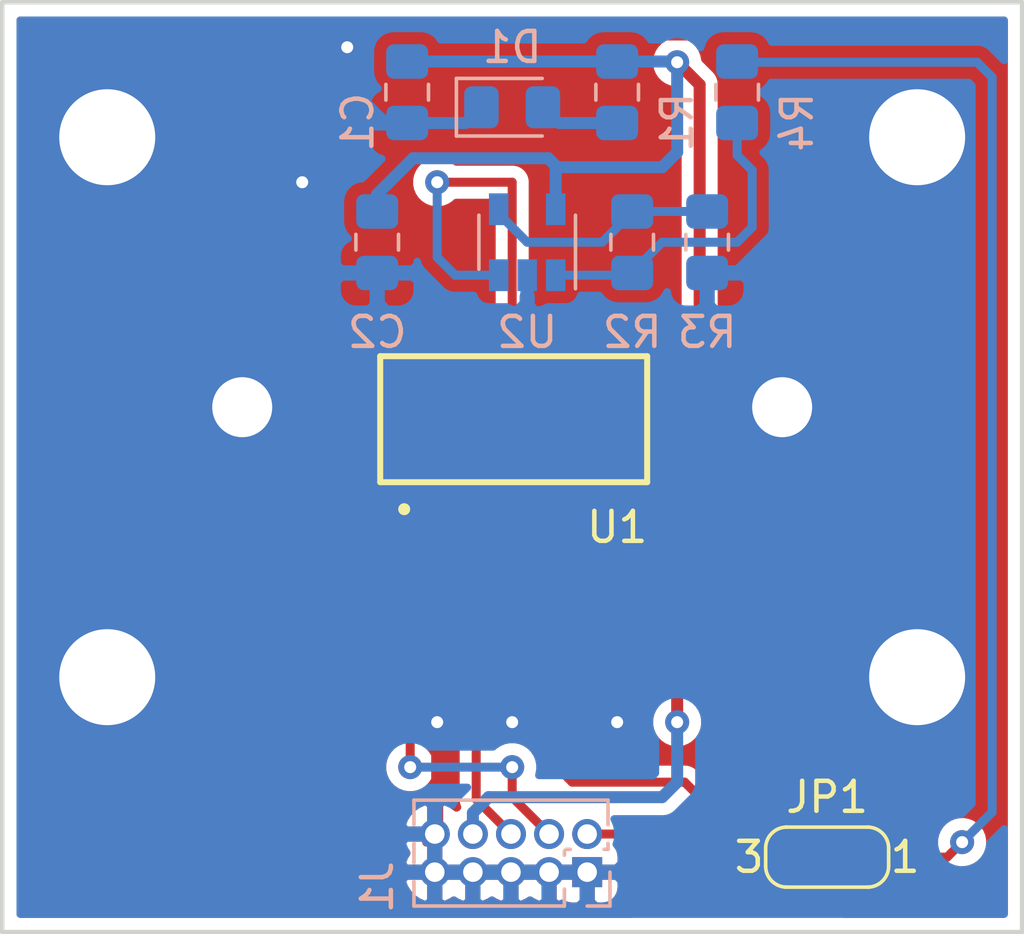
<source format=kicad_pcb>
(kicad_pcb (version 20171130) (host pcbnew 5.1.5-52549c5~84~ubuntu18.04.1)

  (general
    (thickness 1.6)
    (drawings 6)
    (tracks 148)
    (zones 0)
    (modules 11)
    (nets 11)
  )

  (page A4)
  (layers
    (0 F.Cu signal)
    (31 B.Cu signal)
    (32 B.Adhes user)
    (33 F.Adhes user)
    (34 B.Paste user)
    (35 F.Paste user)
    (36 B.SilkS user)
    (37 F.SilkS user)
    (38 B.Mask user)
    (39 F.Mask user)
    (40 Dwgs.User user)
    (41 Cmts.User user)
    (42 Eco1.User user)
    (43 Eco2.User user)
    (44 Edge.Cuts user)
    (45 Margin user)
    (46 B.CrtYd user)
    (47 F.CrtYd user)
    (48 B.Fab user hide)
    (49 F.Fab user hide)
  )

  (setup
    (last_trace_width 0.3)
    (user_trace_width 0.25)
    (user_trace_width 0.3)
    (user_trace_width 0.35)
    (user_trace_width 0.4)
    (user_trace_width 0.5)
    (trace_clearance 0.2)
    (zone_clearance 0.4)
    (zone_45_only no)
    (trace_min 0.2)
    (via_size 0.8)
    (via_drill 0.4)
    (via_min_size 0.4)
    (via_min_drill 0.3)
    (user_via 0.8 0.4)
    (user_via 1.3 0.7)
    (user_via 1.5 0.7)
    (uvia_size 0.3)
    (uvia_drill 0.1)
    (uvias_allowed no)
    (uvia_min_size 0.2)
    (uvia_min_drill 0.1)
    (edge_width 0.05)
    (segment_width 0.2)
    (pcb_text_width 0.3)
    (pcb_text_size 1.5 1.5)
    (mod_edge_width 0.12)
    (mod_text_size 1 1)
    (mod_text_width 0.15)
    (pad_size 1.524 1.524)
    (pad_drill 0.762)
    (pad_to_mask_clearance 0.051)
    (solder_mask_min_width 0.25)
    (aux_axis_origin 114 126)
    (grid_origin 114 126)
    (visible_elements FFFFFF7F)
    (pcbplotparams
      (layerselection 0x01000_ffffffff)
      (usegerberextensions false)
      (usegerberattributes false)
      (usegerberadvancedattributes false)
      (creategerberjobfile false)
      (excludeedgelayer false)
      (linewidth 0.100000)
      (plotframeref true)
      (viasonmask false)
      (mode 1)
      (useauxorigin false)
      (hpglpennumber 1)
      (hpglpenspeed 20)
      (hpglpendiameter 15.000000)
      (psnegative false)
      (psa4output false)
      (plotreference true)
      (plotvalue true)
      (plotinvisibletext false)
      (padsonsilk false)
      (subtractmaskfromsilk false)
      (outputformat 4)
      (mirror false)
      (drillshape 2)
      (scaleselection 1)
      (outputdirectory "./"))
  )

  (net 0 "")
  (net 1 +3V3)
  (net 2 GND)
  (net 3 /CCD_AO)
  (net 4 /CCD_SI)
  (net 5 /CCD_CLK)
  (net 6 "Net-(D1-Pad2)")
  (net 7 "Net-(R2-Pad1)")
  (net 8 "Net-(JP1-Pad1)")
  (net 9 "Net-(JP1-Pad3)")
  (net 10 "Net-(R2-Pad2)")

  (net_class Default "This is the default net class."
    (clearance 0.2)
    (trace_width 0.25)
    (via_dia 0.8)
    (via_drill 0.4)
    (uvia_dia 0.3)
    (uvia_drill 0.1)
    (add_net +3V3)
    (add_net /CCD_AO)
    (add_net /CCD_CLK)
    (add_net /CCD_SI)
    (add_net GND)
    (add_net "Net-(D1-Pad2)")
    (add_net "Net-(JP1-Pad1)")
    (add_net "Net-(JP1-Pad3)")
    (add_net "Net-(R2-Pad1)")
    (add_net "Net-(R2-Pad2)")
  )

  (module Capacitor_SMD:C_0805_2012Metric_Pad1.15x1.40mm_HandSolder (layer B.Cu) (tedit 5B36C52B) (tstamp 5E2710F3)
    (at 127.5 98 270)
    (descr "Capacitor SMD 0805 (2012 Metric), square (rectangular) end terminal, IPC_7351 nominal with elongated pad for handsoldering. (Body size source: https://docs.google.com/spreadsheets/d/1BsfQQcO9C6DZCsRaXUlFlo91Tg2WpOkGARC1WS5S8t0/edit?usp=sharing), generated with kicad-footprint-generator")
    (tags "capacitor handsolder")
    (path /5E22AB5E)
    (attr smd)
    (fp_text reference C1 (at 1 1.65 90) (layer B.SilkS)
      (effects (font (size 1 1) (thickness 0.15)) (justify mirror))
    )
    (fp_text value 1µF (at 0 -1.65 90) (layer B.Fab)
      (effects (font (size 1 1) (thickness 0.15)) (justify mirror))
    )
    (fp_line (start -1 -0.6) (end -1 0.6) (layer B.Fab) (width 0.1))
    (fp_line (start -1 0.6) (end 1 0.6) (layer B.Fab) (width 0.1))
    (fp_line (start 1 0.6) (end 1 -0.6) (layer B.Fab) (width 0.1))
    (fp_line (start 1 -0.6) (end -1 -0.6) (layer B.Fab) (width 0.1))
    (fp_line (start -0.261252 0.71) (end 0.261252 0.71) (layer B.SilkS) (width 0.12))
    (fp_line (start -0.261252 -0.71) (end 0.261252 -0.71) (layer B.SilkS) (width 0.12))
    (fp_line (start -1.85 -0.95) (end -1.85 0.95) (layer B.CrtYd) (width 0.05))
    (fp_line (start -1.85 0.95) (end 1.85 0.95) (layer B.CrtYd) (width 0.05))
    (fp_line (start 1.85 0.95) (end 1.85 -0.95) (layer B.CrtYd) (width 0.05))
    (fp_line (start 1.85 -0.95) (end -1.85 -0.95) (layer B.CrtYd) (width 0.05))
    (fp_text user %R (at 0 0 90) (layer B.Fab)
      (effects (font (size 0.5 0.5) (thickness 0.08)) (justify mirror))
    )
    (pad 1 smd roundrect (at -1.025 0 270) (size 1.15 1.4) (layers B.Cu B.Paste B.Mask) (roundrect_rratio 0.217391)
      (net 1 +3V3))
    (pad 2 smd roundrect (at 1.025 0 270) (size 1.15 1.4) (layers B.Cu B.Paste B.Mask) (roundrect_rratio 0.217391)
      (net 2 GND))
    (model ${KISYS3DMOD}/Capacitor_SMD.3dshapes/C_0805_2012Metric.wrl
      (at (xyz 0 0 0))
      (scale (xyz 1 1 1))
      (rotate (xyz 0 0 0))
    )
  )

  (module Connector_PinHeader_1.27mm:PinHeader_2x05_P1.27mm_Vertical (layer B.Cu) (tedit 59FED6E3) (tstamp 5E2219D8)
    (at 133.5 124 90)
    (descr "Through hole straight pin header, 2x05, 1.27mm pitch, double rows")
    (tags "Through hole pin header THT 2x05 1.27mm double row")
    (path /5E2765CD)
    (fp_text reference J1 (at -0.5 -7 270) (layer B.SilkS)
      (effects (font (size 1 1) (thickness 0.15)) (justify mirror))
    )
    (fp_text value "Samtec FTS-105-01-L-DV" (at 0.635 -6.775 270) (layer B.Fab) hide
      (effects (font (size 1 1) (thickness 0.15)) (justify mirror))
    )
    (fp_line (start -0.2175 0.635) (end 2.34 0.635) (layer B.Fab) (width 0.1))
    (fp_line (start 2.34 0.635) (end 2.34 -5.715) (layer B.Fab) (width 0.1))
    (fp_line (start 2.34 -5.715) (end -1.07 -5.715) (layer B.Fab) (width 0.1))
    (fp_line (start -1.07 -5.715) (end -1.07 -0.2175) (layer B.Fab) (width 0.1))
    (fp_line (start -1.07 -0.2175) (end -0.2175 0.635) (layer B.Fab) (width 0.1))
    (fp_line (start -1.13 -5.775) (end -0.30753 -5.775) (layer B.SilkS) (width 0.12))
    (fp_line (start 1.57753 -5.775) (end 2.4 -5.775) (layer B.SilkS) (width 0.12))
    (fp_line (start 0.30753 -5.775) (end 0.96247 -5.775) (layer B.SilkS) (width 0.12))
    (fp_line (start -1.13 -0.76) (end -1.13 -5.775) (layer B.SilkS) (width 0.12))
    (fp_line (start 2.4 0.695) (end 2.4 -5.775) (layer B.SilkS) (width 0.12))
    (fp_line (start -1.13 -0.76) (end -0.563471 -0.76) (layer B.SilkS) (width 0.12))
    (fp_line (start 0.563471 -0.76) (end 0.706529 -0.76) (layer B.SilkS) (width 0.12))
    (fp_line (start 0.76 -0.706529) (end 0.76 -0.563471) (layer B.SilkS) (width 0.12))
    (fp_line (start 0.76 0.563471) (end 0.76 0.695) (layer B.SilkS) (width 0.12))
    (fp_line (start 0.76 0.695) (end 0.96247 0.695) (layer B.SilkS) (width 0.12))
    (fp_line (start 1.57753 0.695) (end 2.4 0.695) (layer B.SilkS) (width 0.12))
    (fp_line (start -1.13 0) (end -1.13 0.76) (layer B.SilkS) (width 0.12))
    (fp_line (start -1.13 0.76) (end 0 0.76) (layer B.SilkS) (width 0.12))
    (fp_line (start -1.6 1.15) (end -1.6 -6.25) (layer B.CrtYd) (width 0.05))
    (fp_line (start -1.6 -6.25) (end 2.85 -6.25) (layer B.CrtYd) (width 0.05))
    (fp_line (start 2.85 -6.25) (end 2.85 1.15) (layer B.CrtYd) (width 0.05))
    (fp_line (start 2.85 1.15) (end -1.6 1.15) (layer B.CrtYd) (width 0.05))
    (fp_text user %R (at 0.635 -2.54) (layer B.Fab) hide
      (effects (font (size 1 1) (thickness 0.15)) (justify mirror))
    )
    (pad 1 thru_hole rect (at 0 0 90) (size 1 1) (drill 0.65) (layers *.Cu *.Mask)
      (net 2 GND))
    (pad 2 thru_hole oval (at 1.27 0 90) (size 1 1) (drill 0.65) (layers *.Cu *.Mask)
      (net 3 /CCD_AO))
    (pad 3 thru_hole oval (at 0 -1.27 90) (size 1 1) (drill 0.65) (layers *.Cu *.Mask)
      (net 2 GND))
    (pad 4 thru_hole oval (at 1.27 -1.27 90) (size 1 1) (drill 0.65) (layers *.Cu *.Mask)
      (net 4 /CCD_SI))
    (pad 5 thru_hole oval (at 0 -2.54 90) (size 1 1) (drill 0.65) (layers *.Cu *.Mask)
      (net 2 GND))
    (pad 6 thru_hole oval (at 1.27 -2.54 90) (size 1 1) (drill 0.65) (layers *.Cu *.Mask)
      (net 5 /CCD_CLK))
    (pad 7 thru_hole oval (at 0 -3.81 90) (size 1 1) (drill 0.65) (layers *.Cu *.Mask)
      (net 2 GND))
    (pad 8 thru_hole oval (at 1.27 -3.81 90) (size 1 1) (drill 0.65) (layers *.Cu *.Mask)
      (net 1 +3V3))
    (pad 9 thru_hole oval (at 0 -5.08 90) (size 1 1) (drill 0.65) (layers *.Cu *.Mask)
      (net 2 GND))
    (pad 10 thru_hole oval (at 1.27 -5.08 90) (size 1 1) (drill 0.65) (layers *.Cu *.Mask)
      (net 2 GND))
    (model ${KISYS3DMOD}/Connector_PinHeader_1.27mm.3dshapes/PinHeader_2x05_P1.27mm_Vertical.wrl
      (at (xyz 0 0 0))
      (scale (xyz 1 1 1))
      (rotate (xyz 0 0 0))
    )
  )

  (module Insa:TSL1401CL locked (layer F.Cu) (tedit 5E21C6E0) (tstamp 5E2219EE)
    (at 131 108.9 90)
    (path /5E21CD25)
    (fp_text reference U1 (at -3.6 3.5) (layer F.SilkS)
      (effects (font (size 1 1) (thickness 0.15)))
    )
    (fp_text value TSL1401CL (at -3.5 0.75) (layer F.Fab) hide
      (effects (font (size 1 1) (thickness 0.15)))
    )
    (fp_line (start -2.1 -4.4) (end 2.1 -4.4) (layer F.SilkS) (width 0.2))
    (fp_line (start 2.1 -4.4) (end 2.1 4.5) (layer F.SilkS) (width 0.2))
    (fp_line (start 2.1 4.5) (end -2.1 4.5) (layer F.SilkS) (width 0.2))
    (fp_line (start -2.1 4.5) (end -2.1 -4.4) (layer F.SilkS) (width 0.2))
    (fp_line (start -1.8 -4.1) (end 1.8 -4.1) (layer F.CrtYd) (width 0.12))
    (fp_line (start 1.8 -4.1) (end 1.8 4.2) (layer F.CrtYd) (width 0.12))
    (fp_line (start 1.8 4.2) (end -1.8 4.2) (layer F.CrtYd) (width 0.12))
    (fp_line (start -1.8 4.2) (end -1.8 -4.1) (layer F.CrtYd) (width 0.12))
    (fp_circle (center -3 -3.6) (end -3 -3.7) (layer F.SilkS) (width 0.2))
    (fp_line (start 0.35 -3.7) (end 0.35 3.8) (layer Eco2.User) (width 0.12))
    (pad 7 smd rect (at 1.1 -1.2 90) (size 1.4 0.8) (layers F.Cu F.Paste F.Mask)
      (net 2 GND))
    (pad 6 smd rect (at 1.1 1.3 90) (size 1.4 0.8) (layers F.Cu F.Paste F.Mask)
      (net 2 GND))
    (pad 5 smd rect (at 1.1 3.8 90) (size 1.4 0.8) (layers F.Cu F.Paste F.Mask))
    (pad 4 smd rect (at -1.1 3.8 90) (size 1.4 0.8) (layers F.Cu F.Paste F.Mask)
      (net 1 +3V3))
    (pad 3 smd rect (at -1.1 1.3 90) (size 1.4 0.8) (layers F.Cu F.Paste F.Mask)
      (net 9 "Net-(JP1-Pad3)"))
    (pad 2 smd rect (at -1.1 -1.2 90) (size 1.4 0.8) (layers F.Cu F.Paste F.Mask)
      (net 5 /CCD_CLK))
    (pad 1 smd rect (at -1.1 -3.4 90) (size 1.4 1.4) (layers F.Cu F.Paste F.Mask)
      (net 4 /CCD_SI))
    (pad 8 smd rect (at 1.1 -3.7 90) (size 1.4 0.8) (layers F.Cu F.Paste F.Mask))
  )

  (module LED_SMD:LED_0805_2012Metric_Pad1.15x1.40mm_HandSolder (layer B.Cu) (tedit 5B4B45C9) (tstamp 5E271103)
    (at 131 98.5)
    (descr "LED SMD 0805 (2012 Metric), square (rectangular) end terminal, IPC_7351 nominal, (Body size source: https://docs.google.com/spreadsheets/d/1BsfQQcO9C6DZCsRaXUlFlo91Tg2WpOkGARC1WS5S8t0/edit?usp=sharing), generated with kicad-footprint-generator")
    (tags "LED handsolder")
    (path /5E22BC99)
    (attr smd)
    (fp_text reference D1 (at 0 -2) (layer B.SilkS)
      (effects (font (size 1 1) (thickness 0.15)) (justify mirror))
    )
    (fp_text value LED (at 0 -1.65) (layer B.Fab)
      (effects (font (size 1 1) (thickness 0.15)) (justify mirror))
    )
    (fp_line (start 1 0.6) (end -0.7 0.6) (layer B.Fab) (width 0.1))
    (fp_line (start -0.7 0.6) (end -1 0.3) (layer B.Fab) (width 0.1))
    (fp_line (start -1 0.3) (end -1 -0.6) (layer B.Fab) (width 0.1))
    (fp_line (start -1 -0.6) (end 1 -0.6) (layer B.Fab) (width 0.1))
    (fp_line (start 1 -0.6) (end 1 0.6) (layer B.Fab) (width 0.1))
    (fp_line (start 1 0.96) (end -1.86 0.96) (layer B.SilkS) (width 0.12))
    (fp_line (start -1.86 0.96) (end -1.86 -0.96) (layer B.SilkS) (width 0.12))
    (fp_line (start -1.86 -0.96) (end 1 -0.96) (layer B.SilkS) (width 0.12))
    (fp_line (start -1.85 -0.95) (end -1.85 0.95) (layer B.CrtYd) (width 0.05))
    (fp_line (start -1.85 0.95) (end 1.85 0.95) (layer B.CrtYd) (width 0.05))
    (fp_line (start 1.85 0.95) (end 1.85 -0.95) (layer B.CrtYd) (width 0.05))
    (fp_line (start 1.85 -0.95) (end -1.85 -0.95) (layer B.CrtYd) (width 0.05))
    (fp_text user %R (at 0 0) (layer B.Fab)
      (effects (font (size 0.5 0.5) (thickness 0.08)) (justify mirror))
    )
    (pad 1 smd roundrect (at -1.025 0) (size 1.15 1.4) (layers B.Cu B.Paste B.Mask) (roundrect_rratio 0.217391)
      (net 2 GND))
    (pad 2 smd roundrect (at 1.025 0) (size 1.15 1.4) (layers B.Cu B.Paste B.Mask) (roundrect_rratio 0.217391)
      (net 6 "Net-(D1-Pad2)"))
    (model ${KISYS3DMOD}/LED_SMD.3dshapes/LED_0805_2012Metric.wrl
      (at (xyz 0 0 0))
      (scale (xyz 1 1 1))
      (rotate (xyz 0 0 0))
    )
  )

  (module Capacitor_SMD:C_0805_2012Metric_Pad1.15x1.40mm_HandSolder (layer B.Cu) (tedit 5B36C52B) (tstamp 5E2EEC38)
    (at 126.5 103 270)
    (descr "Capacitor SMD 0805 (2012 Metric), square (rectangular) end terminal, IPC_7351 nominal with elongated pad for handsoldering. (Body size source: https://docs.google.com/spreadsheets/d/1BsfQQcO9C6DZCsRaXUlFlo91Tg2WpOkGARC1WS5S8t0/edit?usp=sharing), generated with kicad-footprint-generator")
    (tags "capacitor handsolder")
    (path /5E398341)
    (attr smd)
    (fp_text reference C2 (at 3 0 180) (layer B.SilkS)
      (effects (font (size 1 1) (thickness 0.15)) (justify mirror))
    )
    (fp_text value 1µF (at 0 -1.65 90) (layer B.Fab)
      (effects (font (size 1 1) (thickness 0.15)) (justify mirror))
    )
    (fp_line (start -1 -0.6) (end -1 0.6) (layer B.Fab) (width 0.1))
    (fp_line (start -1 0.6) (end 1 0.6) (layer B.Fab) (width 0.1))
    (fp_line (start 1 0.6) (end 1 -0.6) (layer B.Fab) (width 0.1))
    (fp_line (start 1 -0.6) (end -1 -0.6) (layer B.Fab) (width 0.1))
    (fp_line (start -0.261252 0.71) (end 0.261252 0.71) (layer B.SilkS) (width 0.12))
    (fp_line (start -0.261252 -0.71) (end 0.261252 -0.71) (layer B.SilkS) (width 0.12))
    (fp_line (start -1.85 -0.95) (end -1.85 0.95) (layer B.CrtYd) (width 0.05))
    (fp_line (start -1.85 0.95) (end 1.85 0.95) (layer B.CrtYd) (width 0.05))
    (fp_line (start 1.85 0.95) (end 1.85 -0.95) (layer B.CrtYd) (width 0.05))
    (fp_line (start 1.85 -0.95) (end -1.85 -0.95) (layer B.CrtYd) (width 0.05))
    (fp_text user %R (at 0 0 90) (layer B.Fab)
      (effects (font (size 0.5 0.5) (thickness 0.08)) (justify mirror))
    )
    (pad 1 smd roundrect (at -1.025 0 270) (size 1.15 1.4) (layers B.Cu B.Paste B.Mask) (roundrect_rratio 0.217391)
      (net 1 +3V3))
    (pad 2 smd roundrect (at 1.025 0 270) (size 1.15 1.4) (layers B.Cu B.Paste B.Mask) (roundrect_rratio 0.217391)
      (net 2 GND))
    (model ${KISYS3DMOD}/Capacitor_SMD.3dshapes/C_0805_2012Metric.wrl
      (at (xyz 0 0 0))
      (scale (xyz 1 1 1))
      (rotate (xyz 0 0 0))
    )
  )

  (module Jumper:SolderJumper-3_P1.3mm_Open_RoundedPad1.0x1.5mm_NumberLabels (layer F.Cu) (tedit 5B391ED1) (tstamp 5E2EEC4D)
    (at 141.5 123.5 180)
    (descr "SMD Solder 3-pad Jumper, 1x1.5mm rounded Pads, 0.3mm gap, open, labeled with numbers")
    (tags "solder jumper open")
    (path /5E3724CE)
    (attr virtual)
    (fp_text reference JP1 (at 0 2) (layer F.SilkS)
      (effects (font (size 1 1) (thickness 0.15)))
    )
    (fp_text value SolderJumper_3_Open (at 0 1.9) (layer F.Fab)
      (effects (font (size 1 1) (thickness 0.15)))
    )
    (fp_text user 3 (at 2.6 0) (layer F.SilkS)
      (effects (font (size 1 1) (thickness 0.15)))
    )
    (fp_text user 1 (at -2.6 0) (layer F.SilkS)
      (effects (font (size 1 1) (thickness 0.15)))
    )
    (fp_line (start -2.05 0.3) (end -2.05 -0.3) (layer F.SilkS) (width 0.12))
    (fp_line (start 1.4 1) (end -1.4 1) (layer F.SilkS) (width 0.12))
    (fp_line (start 2.05 -0.3) (end 2.05 0.3) (layer F.SilkS) (width 0.12))
    (fp_line (start -1.4 -1) (end 1.4 -1) (layer F.SilkS) (width 0.12))
    (fp_line (start -2.3 -1.25) (end 2.3 -1.25) (layer F.CrtYd) (width 0.05))
    (fp_line (start -2.3 -1.25) (end -2.3 1.25) (layer F.CrtYd) (width 0.05))
    (fp_line (start 2.3 1.25) (end 2.3 -1.25) (layer F.CrtYd) (width 0.05))
    (fp_line (start 2.3 1.25) (end -2.3 1.25) (layer F.CrtYd) (width 0.05))
    (fp_arc (start 1.35 -0.3) (end 2.05 -0.3) (angle -90) (layer F.SilkS) (width 0.12))
    (fp_arc (start 1.35 0.3) (end 1.35 1) (angle -90) (layer F.SilkS) (width 0.12))
    (fp_arc (start -1.35 0.3) (end -2.05 0.3) (angle -90) (layer F.SilkS) (width 0.12))
    (fp_arc (start -1.35 -0.3) (end -1.35 -1) (angle -90) (layer F.SilkS) (width 0.12))
    (pad 1 smd custom (at -1.3 0 180) (size 1 0.5) (layers F.Cu F.Mask)
      (net 8 "Net-(JP1-Pad1)") (zone_connect 2)
      (options (clearance outline) (anchor rect))
      (primitives
        (gr_circle (center 0 0.25) (end 0.5 0.25) (width 0))
        (gr_circle (center 0 -0.25) (end 0.5 -0.25) (width 0))
        (gr_poly (pts
           (xy 0.55 -0.75) (xy 0 -0.75) (xy 0 0.75) (xy 0.55 0.75)) (width 0))
      ))
    (pad 3 smd custom (at 1.3 0 180) (size 1 0.5) (layers F.Cu F.Mask)
      (net 9 "Net-(JP1-Pad3)") (zone_connect 2)
      (options (clearance outline) (anchor rect))
      (primitives
        (gr_circle (center 0 0.25) (end 0.5 0.25) (width 0))
        (gr_circle (center 0 -0.25) (end 0.5 -0.25) (width 0))
        (gr_poly (pts
           (xy -0.55 -0.75) (xy 0 -0.75) (xy 0 0.75) (xy -0.55 0.75)) (width 0))
      ))
    (pad 2 smd rect (at 0 0 180) (size 1 1.5) (layers F.Cu F.Mask)
      (net 3 /CCD_AO))
  )

  (module Package_TO_SOT_SMD:SOT-23-5 (layer B.Cu) (tedit 5A02FF57) (tstamp 5E2EEC8E)
    (at 131.5 103 90)
    (descr "5-pin SOT23 package")
    (tags SOT-23-5)
    (path /5E36B53E)
    (attr smd)
    (fp_text reference U2 (at -3 0 180) (layer B.SilkS)
      (effects (font (size 1 1) (thickness 0.15)) (justify mirror))
    )
    (fp_text value TSV911AILT (at 0 -2.9 90) (layer B.Fab)
      (effects (font (size 1 1) (thickness 0.15)) (justify mirror))
    )
    (fp_text user %R (at 0 0 180) (layer B.Fab)
      (effects (font (size 0.5 0.5) (thickness 0.075)) (justify mirror))
    )
    (fp_line (start -0.9 -1.61) (end 0.9 -1.61) (layer B.SilkS) (width 0.12))
    (fp_line (start 0.9 1.61) (end -1.55 1.61) (layer B.SilkS) (width 0.12))
    (fp_line (start -1.9 1.8) (end 1.9 1.8) (layer B.CrtYd) (width 0.05))
    (fp_line (start 1.9 1.8) (end 1.9 -1.8) (layer B.CrtYd) (width 0.05))
    (fp_line (start 1.9 -1.8) (end -1.9 -1.8) (layer B.CrtYd) (width 0.05))
    (fp_line (start -1.9 -1.8) (end -1.9 1.8) (layer B.CrtYd) (width 0.05))
    (fp_line (start -0.9 0.9) (end -0.25 1.55) (layer B.Fab) (width 0.1))
    (fp_line (start 0.9 1.55) (end -0.25 1.55) (layer B.Fab) (width 0.1))
    (fp_line (start -0.9 0.9) (end -0.9 -1.55) (layer B.Fab) (width 0.1))
    (fp_line (start 0.9 -1.55) (end -0.9 -1.55) (layer B.Fab) (width 0.1))
    (fp_line (start 0.9 1.55) (end 0.9 -1.55) (layer B.Fab) (width 0.1))
    (pad 1 smd rect (at -1.1 0.95 90) (size 1.06 0.65) (layers B.Cu B.Paste B.Mask)
      (net 10 "Net-(R2-Pad2)"))
    (pad 2 smd rect (at -1.1 0 90) (size 1.06 0.65) (layers B.Cu B.Paste B.Mask)
      (net 2 GND))
    (pad 3 smd rect (at -1.1 -0.95 90) (size 1.06 0.65) (layers B.Cu B.Paste B.Mask)
      (net 9 "Net-(JP1-Pad3)"))
    (pad 4 smd rect (at 1.1 -0.95 90) (size 1.06 0.65) (layers B.Cu B.Paste B.Mask)
      (net 7 "Net-(R2-Pad1)"))
    (pad 5 smd rect (at 1.1 0.95 90) (size 1.06 0.65) (layers B.Cu B.Paste B.Mask)
      (net 1 +3V3))
    (model ${KISYS3DMOD}/Package_TO_SOT_SMD.3dshapes/SOT-23-5.wrl
      (at (xyz 0 0 0))
      (scale (xyz 1 1 1))
      (rotate (xyz 0 0 0))
    )
  )

  (module Resistor_SMD:R_0805_2012Metric_Pad1.15x1.40mm_HandSolder (layer B.Cu) (tedit 5B36C52B) (tstamp 5E2EEDD8)
    (at 134.5 98 270)
    (descr "Resistor SMD 0805 (2012 Metric), square (rectangular) end terminal, IPC_7351 nominal with elongated pad for handsoldering. (Body size source: https://docs.google.com/spreadsheets/d/1BsfQQcO9C6DZCsRaXUlFlo91Tg2WpOkGARC1WS5S8t0/edit?usp=sharing), generated with kicad-footprint-generator")
    (tags "resistor handsolder")
    (path /5E22C10B)
    (attr smd)
    (fp_text reference R1 (at 1 -2 90) (layer B.SilkS)
      (effects (font (size 1 1) (thickness 0.15)) (justify mirror))
    )
    (fp_text value 680R (at 0 -1.65 90) (layer B.Fab)
      (effects (font (size 1 1) (thickness 0.15)) (justify mirror))
    )
    (fp_line (start -1 -0.6) (end -1 0.6) (layer B.Fab) (width 0.1))
    (fp_line (start -1 0.6) (end 1 0.6) (layer B.Fab) (width 0.1))
    (fp_line (start 1 0.6) (end 1 -0.6) (layer B.Fab) (width 0.1))
    (fp_line (start 1 -0.6) (end -1 -0.6) (layer B.Fab) (width 0.1))
    (fp_line (start -0.261252 0.71) (end 0.261252 0.71) (layer B.SilkS) (width 0.12))
    (fp_line (start -0.261252 -0.71) (end 0.261252 -0.71) (layer B.SilkS) (width 0.12))
    (fp_line (start -1.85 -0.95) (end -1.85 0.95) (layer B.CrtYd) (width 0.05))
    (fp_line (start -1.85 0.95) (end 1.85 0.95) (layer B.CrtYd) (width 0.05))
    (fp_line (start 1.85 0.95) (end 1.85 -0.95) (layer B.CrtYd) (width 0.05))
    (fp_line (start 1.85 -0.95) (end -1.85 -0.95) (layer B.CrtYd) (width 0.05))
    (fp_text user %R (at 0 0 90) (layer B.Fab)
      (effects (font (size 0.5 0.5) (thickness 0.08)) (justify mirror))
    )
    (pad 1 smd roundrect (at -1.025 0 270) (size 1.15 1.4) (layers B.Cu B.Paste B.Mask) (roundrect_rratio 0.217391)
      (net 1 +3V3))
    (pad 2 smd roundrect (at 1.025 0 270) (size 1.15 1.4) (layers B.Cu B.Paste B.Mask) (roundrect_rratio 0.217391)
      (net 6 "Net-(D1-Pad2)"))
    (model ${KISYS3DMOD}/Resistor_SMD.3dshapes/R_0805_2012Metric.wrl
      (at (xyz 0 0 0))
      (scale (xyz 1 1 1))
      (rotate (xyz 0 0 0))
    )
  )

  (module Resistor_SMD:R_0805_2012Metric_Pad1.15x1.40mm_HandSolder (layer B.Cu) (tedit 5B36C52B) (tstamp 5E2EEDE8)
    (at 135 103 270)
    (descr "Resistor SMD 0805 (2012 Metric), square (rectangular) end terminal, IPC_7351 nominal with elongated pad for handsoldering. (Body size source: https://docs.google.com/spreadsheets/d/1BsfQQcO9C6DZCsRaXUlFlo91Tg2WpOkGARC1WS5S8t0/edit?usp=sharing), generated with kicad-footprint-generator")
    (tags "resistor handsolder")
    (path /5E3774DE)
    (attr smd)
    (fp_text reference R2 (at 3 0 180) (layer B.SilkS)
      (effects (font (size 1 1) (thickness 0.15)) (justify mirror))
    )
    (fp_text value 1K (at 0 -1.65 90) (layer B.Fab)
      (effects (font (size 1 1) (thickness 0.15)) (justify mirror))
    )
    (fp_line (start -1 -0.6) (end -1 0.6) (layer B.Fab) (width 0.1))
    (fp_line (start -1 0.6) (end 1 0.6) (layer B.Fab) (width 0.1))
    (fp_line (start 1 0.6) (end 1 -0.6) (layer B.Fab) (width 0.1))
    (fp_line (start 1 -0.6) (end -1 -0.6) (layer B.Fab) (width 0.1))
    (fp_line (start -0.261252 0.71) (end 0.261252 0.71) (layer B.SilkS) (width 0.12))
    (fp_line (start -0.261252 -0.71) (end 0.261252 -0.71) (layer B.SilkS) (width 0.12))
    (fp_line (start -1.85 -0.95) (end -1.85 0.95) (layer B.CrtYd) (width 0.05))
    (fp_line (start -1.85 0.95) (end 1.85 0.95) (layer B.CrtYd) (width 0.05))
    (fp_line (start 1.85 0.95) (end 1.85 -0.95) (layer B.CrtYd) (width 0.05))
    (fp_line (start 1.85 -0.95) (end -1.85 -0.95) (layer B.CrtYd) (width 0.05))
    (fp_text user %R (at 0 0 90) (layer B.Fab)
      (effects (font (size 0.5 0.5) (thickness 0.08)) (justify mirror))
    )
    (pad 1 smd roundrect (at -1.025 0 270) (size 1.15 1.4) (layers B.Cu B.Paste B.Mask) (roundrect_rratio 0.217391)
      (net 7 "Net-(R2-Pad1)"))
    (pad 2 smd roundrect (at 1.025 0 270) (size 1.15 1.4) (layers B.Cu B.Paste B.Mask) (roundrect_rratio 0.217391)
      (net 10 "Net-(R2-Pad2)"))
    (model ${KISYS3DMOD}/Resistor_SMD.3dshapes/R_0805_2012Metric.wrl
      (at (xyz 0 0 0))
      (scale (xyz 1 1 1))
      (rotate (xyz 0 0 0))
    )
  )

  (module Resistor_SMD:R_0805_2012Metric_Pad1.15x1.40mm_HandSolder (layer B.Cu) (tedit 5B36C52B) (tstamp 5E2EEDF8)
    (at 137.5 103 270)
    (descr "Resistor SMD 0805 (2012 Metric), square (rectangular) end terminal, IPC_7351 nominal with elongated pad for handsoldering. (Body size source: https://docs.google.com/spreadsheets/d/1BsfQQcO9C6DZCsRaXUlFlo91Tg2WpOkGARC1WS5S8t0/edit?usp=sharing), generated with kicad-footprint-generator")
    (tags "resistor handsolder")
    (path /5E376585)
    (attr smd)
    (fp_text reference R3 (at 3 0 180) (layer B.SilkS)
      (effects (font (size 1 1) (thickness 0.15)) (justify mirror))
    )
    (fp_text value 1K (at 0 -1.65 90) (layer B.Fab)
      (effects (font (size 1 1) (thickness 0.15)) (justify mirror))
    )
    (fp_text user %R (at 0 0 90) (layer B.Fab)
      (effects (font (size 0.5 0.5) (thickness 0.08)) (justify mirror))
    )
    (fp_line (start 1.85 -0.95) (end -1.85 -0.95) (layer B.CrtYd) (width 0.05))
    (fp_line (start 1.85 0.95) (end 1.85 -0.95) (layer B.CrtYd) (width 0.05))
    (fp_line (start -1.85 0.95) (end 1.85 0.95) (layer B.CrtYd) (width 0.05))
    (fp_line (start -1.85 -0.95) (end -1.85 0.95) (layer B.CrtYd) (width 0.05))
    (fp_line (start -0.261252 -0.71) (end 0.261252 -0.71) (layer B.SilkS) (width 0.12))
    (fp_line (start -0.261252 0.71) (end 0.261252 0.71) (layer B.SilkS) (width 0.12))
    (fp_line (start 1 -0.6) (end -1 -0.6) (layer B.Fab) (width 0.1))
    (fp_line (start 1 0.6) (end 1 -0.6) (layer B.Fab) (width 0.1))
    (fp_line (start -1 0.6) (end 1 0.6) (layer B.Fab) (width 0.1))
    (fp_line (start -1 -0.6) (end -1 0.6) (layer B.Fab) (width 0.1))
    (pad 2 smd roundrect (at 1.025 0 270) (size 1.15 1.4) (layers B.Cu B.Paste B.Mask) (roundrect_rratio 0.217391)
      (net 2 GND))
    (pad 1 smd roundrect (at -1.025 0 270) (size 1.15 1.4) (layers B.Cu B.Paste B.Mask) (roundrect_rratio 0.217391)
      (net 7 "Net-(R2-Pad1)"))
    (model ${KISYS3DMOD}/Resistor_SMD.3dshapes/R_0805_2012Metric.wrl
      (at (xyz 0 0 0))
      (scale (xyz 1 1 1))
      (rotate (xyz 0 0 0))
    )
  )

  (module Resistor_SMD:R_0805_2012Metric_Pad1.15x1.40mm_HandSolder (layer B.Cu) (tedit 5B36C52B) (tstamp 5E315C76)
    (at 138.5 98 90)
    (descr "Resistor SMD 0805 (2012 Metric), square (rectangular) end terminal, IPC_7351 nominal with elongated pad for handsoldering. (Body size source: https://docs.google.com/spreadsheets/d/1BsfQQcO9C6DZCsRaXUlFlo91Tg2WpOkGARC1WS5S8t0/edit?usp=sharing), generated with kicad-footprint-generator")
    (tags "resistor handsolder")
    (path /5E3D6932)
    (attr smd)
    (fp_text reference R4 (at -1 2 270) (layer B.SilkS)
      (effects (font (size 1 1) (thickness 0.15)) (justify mirror))
    )
    (fp_text value 0 (at 0 -1.65 270) (layer B.Fab)
      (effects (font (size 1 1) (thickness 0.15)) (justify mirror))
    )
    (fp_line (start -1 -0.6) (end -1 0.6) (layer B.Fab) (width 0.1))
    (fp_line (start -1 0.6) (end 1 0.6) (layer B.Fab) (width 0.1))
    (fp_line (start 1 0.6) (end 1 -0.6) (layer B.Fab) (width 0.1))
    (fp_line (start 1 -0.6) (end -1 -0.6) (layer B.Fab) (width 0.1))
    (fp_line (start -0.261252 0.71) (end 0.261252 0.71) (layer B.SilkS) (width 0.12))
    (fp_line (start -0.261252 -0.71) (end 0.261252 -0.71) (layer B.SilkS) (width 0.12))
    (fp_line (start -1.85 -0.95) (end -1.85 0.95) (layer B.CrtYd) (width 0.05))
    (fp_line (start -1.85 0.95) (end 1.85 0.95) (layer B.CrtYd) (width 0.05))
    (fp_line (start 1.85 0.95) (end 1.85 -0.95) (layer B.CrtYd) (width 0.05))
    (fp_line (start 1.85 -0.95) (end -1.85 -0.95) (layer B.CrtYd) (width 0.05))
    (fp_text user %R (at 0 0 270) (layer B.Fab)
      (effects (font (size 0.5 0.5) (thickness 0.08)) (justify mirror))
    )
    (pad 1 smd roundrect (at -1.025 0 90) (size 1.15 1.4) (layers B.Cu B.Paste B.Mask) (roundrect_rratio 0.217391)
      (net 10 "Net-(R2-Pad2)"))
    (pad 2 smd roundrect (at 1.025 0 90) (size 1.15 1.4) (layers B.Cu B.Paste B.Mask) (roundrect_rratio 0.217391)
      (net 8 "Net-(JP1-Pad1)"))
    (model ${KISYS3DMOD}/Resistor_SMD.3dshapes/R_0805_2012Metric.wrl
      (at (xyz 0 0 0))
      (scale (xyz 1 1 1))
      (rotate (xyz 0 0 0))
    )
  )

  (dimension 31 (width 0.12) (layer F.Fab)
    (gr_text "31.000 mm" (at 152.27 110.5 270) (layer F.Fab)
      (effects (font (size 1 1) (thickness 0.15)))
    )
    (feature1 (pts (xy 148 126) (xy 151.586421 126)))
    (feature2 (pts (xy 148 95) (xy 151.586421 95)))
    (crossbar (pts (xy 151 95) (xy 151 126)))
    (arrow1a (pts (xy 151 126) (xy 150.413579 124.873496)))
    (arrow1b (pts (xy 151 126) (xy 151.586421 124.873496)))
    (arrow2a (pts (xy 151 95) (xy 150.413579 96.126504)))
    (arrow2b (pts (xy 151 95) (xy 151.586421 96.126504)))
  )
  (dimension 34 (width 0.12) (layer F.Fab)
    (gr_text "34.000 mm" (at 131 89.73) (layer F.Fab)
      (effects (font (size 1 1) (thickness 0.15)))
    )
    (feature1 (pts (xy 148 95) (xy 148 90.413579)))
    (feature2 (pts (xy 114 95) (xy 114 90.413579)))
    (crossbar (pts (xy 114 91) (xy 148 91)))
    (arrow1a (pts (xy 148 91) (xy 146.873496 91.586421)))
    (arrow1b (pts (xy 148 91) (xy 146.873496 90.413579)))
    (arrow2a (pts (xy 114 91) (xy 115.126504 91.586421)))
    (arrow2b (pts (xy 114 91) (xy 115.126504 90.413579)))
  )
  (gr_line (start 114 126) (end 148 126) (layer Edge.Cuts) (width 0.15) (tstamp 5E2EFBF0))
  (gr_line (start 114 95) (end 114 126) (layer Edge.Cuts) (width 0.15) (tstamp 5E221B95))
  (gr_line (start 148 95) (end 114 95) (layer Edge.Cuts) (width 0.15))
  (gr_line (start 148 126) (end 148 95) (layer Edge.Cuts) (width 0.15))

  (segment (start 127.5 96.975) (end 134.5 96.975) (width 0.4) (layer B.Cu) (net 1) (status 30))
  (via (at 136.5 97) (size 0.8) (drill 0.4) (layers F.Cu B.Cu) (net 1))
  (segment (start 132.45 101.9) (end 132.45 100.55) (width 0.4) (layer B.Cu) (net 1) (status 10))
  (segment (start 132.45 100.55) (end 132.5 100.5) (width 0.4) (layer B.Cu) (net 1))
  (via (at 136.5 119) (size 0.8) (drill 0.4) (layers F.Cu B.Cu) (net 1))
  (segment (start 136.5 121) (end 136.5 119) (width 0.4) (layer B.Cu) (net 1))
  (segment (start 136 121.5) (end 136.5 121) (width 0.4) (layer B.Cu) (net 1))
  (segment (start 130.212894 121.5) (end 136 121.5) (width 0.4) (layer B.Cu) (net 1))
  (segment (start 129.69 122.73) (end 129.69 122.022894) (width 0.4) (layer B.Cu) (net 1) (status 10))
  (segment (start 129.69 122.022894) (end 130.212894 121.5) (width 0.4) (layer B.Cu) (net 1))
  (segment (start 132.199998 100.199998) (end 132.5 100.5) (width 0.4) (layer B.Cu) (net 1))
  (segment (start 127.700002 100.199998) (end 132.199998 100.199998) (width 0.4) (layer B.Cu) (net 1))
  (segment (start 126.5 101.4) (end 127.700002 100.199998) (width 0.4) (layer B.Cu) (net 1) (status 10))
  (segment (start 126.5 101.975) (end 126.5 101.4) (width 0.4) (layer B.Cu) (net 1) (status 30))
  (segment (start 136.5 100) (end 136.5 97) (width 0.4) (layer B.Cu) (net 1))
  (segment (start 132.5 100.5) (end 136 100.5) (width 0.4) (layer B.Cu) (net 1))
  (segment (start 136 100.5) (end 136.5 100) (width 0.4) (layer B.Cu) (net 1))
  (segment (start 137.249999 97.749999) (end 136.5 97) (width 0.4) (layer F.Cu) (net 1))
  (segment (start 136.5 110) (end 137.249999 109.250001) (width 0.4) (layer F.Cu) (net 1))
  (segment (start 137.249999 109.250001) (end 137.249999 97.749999) (width 0.4) (layer F.Cu) (net 1))
  (segment (start 136.5 110) (end 136.5 119) (width 0.4) (layer F.Cu) (net 1))
  (segment (start 134.8 110) (end 136.5 110) (width 0.4) (layer F.Cu) (net 1) (status 10))
  (segment (start 136.475 96.975) (end 136.5 97) (width 0.4) (layer B.Cu) (net 1))
  (segment (start 134.5 96.975) (end 136.475 96.975) (width 0.4) (layer B.Cu) (net 1))
  (via (at 131 119) (size 0.8) (drill 0.4) (layers F.Cu B.Cu) (net 2))
  (via (at 128.5 119) (size 0.8) (drill 0.4) (layers F.Cu B.Cu) (net 2))
  (via (at 117.5 117.5) (size 3.6) (drill 3.2) (layers F.Cu B.Cu) (net 2) (status 40000))
  (via (at 144.5 117.5) (size 3.6) (drill 3.2) (layers F.Cu B.Cu) (net 2) (status 40000))
  (via (at 144.5 99.5) (size 3.6) (drill 3.2) (layers F.Cu B.Cu) (net 2) (status 40000))
  (via (at 117.5 99.5) (size 3.6) (drill 3.2) (layers F.Cu B.Cu) (net 2) (status 40000))
  (via (at 122 108.5) (size 2.4) (drill 2) (layers F.Cu B.Cu) (net 2) (status 40000))
  (via (at 140 108.5) (size 2.4) (drill 2) (layers F.Cu B.Cu) (net 2) (status 40000))
  (segment (start 128.42 122.73) (end 128.42 124) (width 0.3) (layer F.Cu) (net 2) (status 30))
  (segment (start 128.42 124) (end 133.5 124) (width 0.3) (layer F.Cu) (net 2) (status 30))
  (segment (start 122.5 108) (end 122 108.5) (width 0.3) (layer F.Cu) (net 2))
  (segment (start 128.15 123) (end 128.42 122.73) (width 0.3) (layer F.Cu) (net 2) (status 30))
  (segment (start 129.45 99.025) (end 129.975 98.5) (width 0.35) (layer B.Cu) (net 2) (status 30))
  (segment (start 127.5 99.025) (end 129.45 99.025) (width 0.4) (layer B.Cu) (net 2) (status 30))
  (segment (start 126.8 99.025) (end 125.5 97.725) (width 0.35) (layer B.Cu) (net 2) (status 10))
  (segment (start 127.5 99.025) (end 126.8 99.025) (width 0.35) (layer B.Cu) (net 2) (status 30))
  (segment (start 125.5 97.725) (end 125.5 96.5) (width 0.35) (layer B.Cu) (net 2))
  (via (at 125.5 96.5) (size 0.8) (drill 0.4) (layers F.Cu B.Cu) (net 2))
  (segment (start 131 105.5) (end 131.5 105) (width 0.4) (layer B.Cu) (net 2))
  (segment (start 127 105.5) (end 131 105.5) (width 0.4) (layer B.Cu) (net 2))
  (segment (start 131.5 105) (end 131.5 104.1) (width 0.4) (layer B.Cu) (net 2) (status 20))
  (segment (start 126.5 104.025) (end 126.5 105) (width 0.4) (layer B.Cu) (net 2) (status 10))
  (segment (start 126.5 105) (end 127 105.5) (width 0.4) (layer B.Cu) (net 2))
  (segment (start 133.5 108.2) (end 133.5 118) (width 0.4) (layer F.Cu) (net 2))
  (segment (start 132.3 107.8) (end 133.1 107.8) (width 0.4) (layer F.Cu) (net 2) (status 10))
  (segment (start 133.5 118) (end 134.5 119) (width 0.4) (layer F.Cu) (net 2))
  (segment (start 133.1 107.8) (end 133.5 108.2) (width 0.4) (layer F.Cu) (net 2))
  (via (at 134.5 119) (size 0.8) (drill 0.4) (layers F.Cu B.Cu) (net 2))
  (segment (start 134.5 119) (end 131 119) (width 0.4) (layer B.Cu) (net 2))
  (segment (start 131 119) (end 128.5 119) (width 0.4) (layer B.Cu) (net 2))
  (segment (start 117.5 108.5) (end 117.5 117.5) (width 0.4) (layer F.Cu) (net 2))
  (segment (start 117.5 108.5) (end 122 108.5) (width 0.4) (layer F.Cu) (net 2))
  (segment (start 117.5 99.5) (end 117.5 108.5) (width 0.4) (layer F.Cu) (net 2))
  (segment (start 128.5 122.65) (end 128.42 122.73) (width 0.4) (layer F.Cu) (net 2) (status 30))
  (segment (start 128.5 119) (end 128.5 122.65) (width 0.4) (layer F.Cu) (net 2) (status 20))
  (segment (start 117.5 117.5) (end 117.5 121.5) (width 0.4) (layer F.Cu) (net 2))
  (segment (start 118.73 122.73) (end 128.42 122.73) (width 0.4) (layer F.Cu) (net 2) (status 20))
  (segment (start 117.5 121.5) (end 118.73 122.73) (width 0.4) (layer F.Cu) (net 2))
  (via (at 124.000008 101) (size 0.8) (drill 0.4) (layers F.Cu B.Cu) (net 2))
  (segment (start 117.5 99.5) (end 123.5 99.5) (width 0.4) (layer B.Cu) (net 2))
  (segment (start 124.000008 100.000008) (end 124.000008 101) (width 0.4) (layer B.Cu) (net 2))
  (segment (start 123.5 99.5) (end 124.000008 100.000008) (width 0.4) (layer B.Cu) (net 2))
  (segment (start 124.000008 101) (end 124.000008 103.000008) (width 0.4) (layer B.Cu) (net 2))
  (segment (start 125.025 104.025) (end 126.5 104.025) (width 0.4) (layer B.Cu) (net 2) (status 20))
  (segment (start 124.000008 103.000008) (end 125.025 104.025) (width 0.4) (layer B.Cu) (net 2))
  (segment (start 124.000008 101.565685) (end 124.000008 101) (width 0.4) (layer F.Cu) (net 2))
  (segment (start 129.8 107.8) (end 129.8 104.8) (width 0.4) (layer F.Cu) (net 2) (status 10))
  (segment (start 126.565685 101.565685) (end 124.000008 101.565685) (width 0.4) (layer F.Cu) (net 2))
  (segment (start 129.8 104.8) (end 126.565685 101.565685) (width 0.4) (layer F.Cu) (net 2))
  (segment (start 140 108.5) (end 140 100) (width 0.4) (layer F.Cu) (net 2))
  (segment (start 140.5 99.5) (end 144.5 99.5) (width 0.4) (layer F.Cu) (net 2))
  (segment (start 140 100) (end 140.5 99.5) (width 0.4) (layer F.Cu) (net 2))
  (segment (start 140 117.5) (end 144.5 117.5) (width 0.4) (layer F.Cu) (net 2))
  (segment (start 140 119) (end 140 117.5) (width 0.4) (layer F.Cu) (net 2))
  (segment (start 139 120) (end 140 119) (width 0.4) (layer F.Cu) (net 2))
  (segment (start 134.5 119) (end 135.5 120) (width 0.4) (layer F.Cu) (net 2))
  (segment (start 135.5 120) (end 139 120) (width 0.4) (layer F.Cu) (net 2))
  (segment (start 140 117.5) (end 140 108.5) (width 0.4) (layer F.Cu) (net 2))
  (segment (start 118.5 96.5) (end 125.5 96.5) (width 0.4) (layer F.Cu) (net 2))
  (segment (start 117.5 99.5) (end 117.5 97.5) (width 0.4) (layer F.Cu) (net 2))
  (segment (start 117.5 97.5) (end 118.5 96.5) (width 0.4) (layer F.Cu) (net 2))
  (segment (start 144.5 97) (end 144.5 99.5) (width 0.35) (layer F.Cu) (net 2))
  (segment (start 143.600001 96.100001) (end 144.5 97) (width 0.35) (layer F.Cu) (net 2))
  (segment (start 125.5 96.5) (end 125.899999 96.100001) (width 0.35) (layer F.Cu) (net 2))
  (segment (start 125.899999 96.100001) (end 143.600001 96.100001) (width 0.35) (layer F.Cu) (net 2))
  (segment (start 138.475 104.025) (end 137.5 104.025) (width 0.4) (layer B.Cu) (net 2) (status 20))
  (segment (start 140 102.5) (end 138.475 104.025) (width 0.4) (layer B.Cu) (net 2))
  (segment (start 140 100) (end 140 102.5) (width 0.4) (layer B.Cu) (net 2))
  (segment (start 144.5 99.5) (end 140.5 99.5) (width 0.4) (layer B.Cu) (net 2))
  (segment (start 140.5 99.5) (end 140 100) (width 0.4) (layer B.Cu) (net 2))
  (segment (start 138.5 125) (end 135.5 125) (width 0.3) (layer F.Cu) (net 3))
  (segment (start 135.5 125) (end 135.5 123) (width 0.3) (layer F.Cu) (net 3))
  (segment (start 135.23 122.73) (end 133.5 122.73) (width 0.3) (layer F.Cu) (net 3) (status 20))
  (segment (start 135.5 123) (end 135.23 122.73) (width 0.3) (layer F.Cu) (net 3))
  (segment (start 141.5 123.5) (end 141.5 125) (width 0.3) (layer F.Cu) (net 3) (status 10))
  (segment (start 141.5 125) (end 138.5 125) (width 0.3) (layer F.Cu) (net 3))
  (segment (start 127.6 110) (end 127.6 120.5) (width 0.3) (layer F.Cu) (net 4) (status 10))
  (via (at 127.6 120.5) (size 0.8) (drill 0.4) (layers F.Cu B.Cu) (net 4))
  (segment (start 131 121.5) (end 131 120.5) (width 0.3) (layer F.Cu) (net 4))
  (segment (start 132.23 122.73) (end 131 121.5) (width 0.3) (layer F.Cu) (net 4) (status 10))
  (segment (start 127.6 120.5) (end 131 120.5) (width 0.3) (layer B.Cu) (net 4))
  (via (at 131 120.5) (size 0.8) (drill 0.4) (layers F.Cu B.Cu) (net 4))
  (segment (start 129.8 121.57) (end 129.8 110) (width 0.3) (layer F.Cu) (net 5) (status 20))
  (segment (start 130.96 122.73) (end 129.8 121.57) (width 0.3) (layer F.Cu) (net 5) (status 10))
  (segment (start 132.55 99.025) (end 132.025 98.5) (width 0.35) (layer B.Cu) (net 6) (status 30))
  (segment (start 134.5 99.025) (end 132.55 99.025) (width 0.4) (layer B.Cu) (net 6) (status 30))
  (segment (start 137.5 101.975) (end 135 101.975) (width 0.3) (layer B.Cu) (net 7) (status 30))
  (segment (start 134 103) (end 135 102) (width 0.3) (layer B.Cu) (net 7) (status 20))
  (segment (start 131.5 103) (end 134 103) (width 0.3) (layer B.Cu) (net 7))
  (segment (start 130.55 101.9) (end 130.55 102.05) (width 0.3) (layer B.Cu) (net 7) (status 30))
  (segment (start 135 102) (end 135 101.975) (width 0.3) (layer B.Cu) (net 7) (status 30))
  (segment (start 130.55 102.05) (end 131.5 103) (width 0.3) (layer B.Cu) (net 7) (status 10))
  (via (at 146 123) (size 0.8) (drill 0.4) (layers F.Cu B.Cu) (net 8))
  (segment (start 145.5 123.5) (end 146 123) (width 0.3) (layer F.Cu) (net 8))
  (segment (start 142.8 123.5) (end 145.5 123.5) (width 0.3) (layer F.Cu) (net 8) (status 10))
  (segment (start 146.5 97) (end 138.975 97) (width 0.3) (layer B.Cu) (net 8))
  (segment (start 147 97.5) (end 146.5 97) (width 0.3) (layer B.Cu) (net 8))
  (segment (start 146 123) (end 147 122) (width 0.3) (layer B.Cu) (net 8))
  (segment (start 147 122) (end 147 97.5) (width 0.3) (layer B.Cu) (net 8))
  (via (at 128.5 101) (size 0.8) (drill 0.4) (layers F.Cu B.Cu) (net 9))
  (segment (start 128.5 103.5) (end 128.5 101) (width 0.3) (layer B.Cu) (net 9))
  (segment (start 130.55 104.1) (end 129.1 104.1) (width 0.3) (layer B.Cu) (net 9) (status 10))
  (segment (start 129.1 104.1) (end 128.5 103.5) (width 0.3) (layer B.Cu) (net 9))
  (segment (start 131 101) (end 128.5 101) (width 0.3) (layer F.Cu) (net 9))
  (segment (start 131 109.4) (end 131 101) (width 0.3) (layer F.Cu) (net 9))
  (segment (start 132.3 110) (end 131.6 110) (width 0.3) (layer F.Cu) (net 9) (status 10))
  (segment (start 131.6 110) (end 131 109.4) (width 0.3) (layer F.Cu) (net 9))
  (segment (start 132.5 110.2) (end 132.3 110) (width 0.3) (layer F.Cu) (net 9) (status 30))
  (segment (start 137.5 123.5) (end 137.2 123.2) (width 0.3) (layer F.Cu) (net 9))
  (segment (start 137.2 123.2) (end 137.2 121.45) (width 0.3) (layer F.Cu) (net 9))
  (segment (start 136.75 121) (end 133 121) (width 0.3) (layer F.Cu) (net 9))
  (segment (start 132.5 120.5) (end 132.5 110.2) (width 0.3) (layer F.Cu) (net 9) (status 20))
  (segment (start 140.2 123.5) (end 137.5 123.5) (width 0.3) (layer F.Cu) (net 9) (status 10))
  (segment (start 137.2 121.45) (end 136.75 121) (width 0.3) (layer F.Cu) (net 9))
  (segment (start 133 121) (end 132.5 120.5) (width 0.3) (layer F.Cu) (net 9))
  (segment (start 134.925 104.1) (end 135 104.025) (width 0.3) (layer B.Cu) (net 10))
  (segment (start 132.45 104.1) (end 134.925 104.1) (width 0.3) (layer B.Cu) (net 10))
  (segment (start 138.5 100.1) (end 138.5 99) (width 0.3) (layer B.Cu) (net 10))
  (segment (start 135 104.025) (end 135 104) (width 0.3) (layer B.Cu) (net 10))
  (segment (start 139 100.6) (end 138.5 100.1) (width 0.3) (layer B.Cu) (net 10))
  (segment (start 135 104) (end 136 103) (width 0.3) (layer B.Cu) (net 10))
  (segment (start 136 103) (end 138.5 103) (width 0.3) (layer B.Cu) (net 10))
  (segment (start 138.5 103) (end 139 102.5) (width 0.3) (layer B.Cu) (net 10))
  (segment (start 139 102.5) (end 139 100.6) (width 0.3) (layer B.Cu) (net 10))

  (zone (net 0) (net_name "") (layer F.Cu) (tstamp 0) (hatch none 0.508)
    (connect_pads (clearance 0.3))
    (min_thickness 0.254)
    (keepout (tracks allowed) (vias allowed) (copperpour not_allowed))
    (fill (arc_segments 32) (thermal_gap 0.508) (thermal_bridge_width 0.508))
    (polygon
      (pts
        (xy 136.5 111.5) (xy 126 111.5) (xy 126 106.5) (xy 136.5 106.5)
      )
    )
  )
  (zone (net 2) (net_name GND) (layer F.Cu) (tstamp 0) (hatch none 0.508)
    (connect_pads (clearance 0.4))
    (min_thickness 0.254)
    (fill yes (arc_segments 32) (thermal_gap 0.508) (thermal_bridge_width 0.508) (smoothing fillet))
    (polygon
      (pts
        (xy 148 126) (xy 114 126) (xy 114 95) (xy 148 95)
      )
    )
    (filled_polygon
      (pts
        (xy 147.398 125.398) (xy 142.049166 125.398) (xy 142.065628 125.377941) (xy 142.128492 125.26033) (xy 142.167204 125.132715)
        (xy 142.180275 125) (xy 142.177 124.966748) (xy 142.177 124.77236) (xy 142.25 124.77955) (xy 142.8 124.77955)
        (xy 142.824449 124.777142) (xy 142.849009 124.777142) (xy 142.952319 124.766967) (xy 143.048452 124.747845) (xy 143.14779 124.717711)
        (xy 143.238346 124.680202) (xy 143.329901 124.631265) (xy 143.4114 124.576809) (xy 143.491645 124.510953) (xy 143.560953 124.441645)
        (xy 143.626809 124.3614) (xy 143.681265 124.279901) (xy 143.730202 124.188346) (xy 143.734902 124.177) (xy 145.466755 124.177)
        (xy 145.5 124.180274) (xy 145.533245 124.177) (xy 145.533252 124.177) (xy 145.632715 124.167204) (xy 145.76033 124.128492)
        (xy 145.877941 124.065628) (xy 145.981027 123.981027) (xy 146.002226 123.955196) (xy 146.030422 123.927) (xy 146.091301 123.927)
        (xy 146.270396 123.891376) (xy 146.439099 123.821496) (xy 146.590928 123.720048) (xy 146.720048 123.590928) (xy 146.821496 123.439099)
        (xy 146.891376 123.270396) (xy 146.927 123.091301) (xy 146.927 122.908699) (xy 146.891376 122.729604) (xy 146.821496 122.560901)
        (xy 146.720048 122.409072) (xy 146.590928 122.279952) (xy 146.439099 122.178504) (xy 146.270396 122.108624) (xy 146.091301 122.073)
        (xy 145.908699 122.073) (xy 145.729604 122.108624) (xy 145.560901 122.178504) (xy 145.409072 122.279952) (xy 145.279952 122.409072)
        (xy 145.178504 122.560901) (xy 145.108624 122.729604) (xy 145.090046 122.823) (xy 143.734902 122.823) (xy 143.730202 122.811654)
        (xy 143.681265 122.720099) (xy 143.626809 122.6386) (xy 143.560953 122.558355) (xy 143.491645 122.489047) (xy 143.4114 122.423191)
        (xy 143.329901 122.368735) (xy 143.238346 122.319798) (xy 143.14779 122.282289) (xy 143.048452 122.252155) (xy 142.952319 122.233033)
        (xy 142.849009 122.222858) (xy 142.824449 122.222858) (xy 142.8 122.22045) (xy 142.25 122.22045) (xy 142.14669 122.230625)
        (xy 142.124998 122.237205) (xy 142.10331 122.230626) (xy 142 122.220451) (xy 141 122.220451) (xy 140.89669 122.230626)
        (xy 140.875002 122.237205) (xy 140.85331 122.230625) (xy 140.75 122.22045) (xy 140.2 122.22045) (xy 140.175551 122.222858)
        (xy 140.150991 122.222858) (xy 140.047681 122.233033) (xy 139.951548 122.252155) (xy 139.85221 122.282289) (xy 139.761654 122.319798)
        (xy 139.670099 122.368735) (xy 139.5886 122.423191) (xy 139.508355 122.489047) (xy 139.439047 122.558355) (xy 139.373191 122.6386)
        (xy 139.318735 122.720099) (xy 139.269798 122.811654) (xy 139.265098 122.823) (xy 137.877 122.823) (xy 137.877 121.483241)
        (xy 137.880274 121.449999) (xy 137.877 121.416757) (xy 137.877 121.416748) (xy 137.867204 121.317285) (xy 137.828492 121.18967)
        (xy 137.765628 121.072059) (xy 137.681027 120.968973) (xy 137.655191 120.947769) (xy 137.252227 120.544805) (xy 137.231027 120.518973)
        (xy 137.127941 120.434372) (xy 137.01033 120.371508) (xy 136.882715 120.332796) (xy 136.783252 120.323) (xy 136.783245 120.323)
        (xy 136.75 120.319726) (xy 136.716755 120.323) (xy 133.280423 120.323) (xy 133.177 120.219578) (xy 133.177 111.627)
        (xy 135.773 111.627) (xy 135.773001 118.419475) (xy 135.678504 118.560901) (xy 135.608624 118.729604) (xy 135.573 118.908699)
        (xy 135.573 119.091301) (xy 135.608624 119.270396) (xy 135.678504 119.439099) (xy 135.779952 119.590928) (xy 135.909072 119.720048)
        (xy 136.060901 119.821496) (xy 136.229604 119.891376) (xy 136.408699 119.927) (xy 136.591301 119.927) (xy 136.770396 119.891376)
        (xy 136.939099 119.821496) (xy 137.090928 119.720048) (xy 137.220048 119.590928) (xy 137.321496 119.439099) (xy 137.391376 119.270396)
        (xy 137.427 119.091301) (xy 137.427 118.908699) (xy 137.391376 118.729604) (xy 137.321496 118.560901) (xy 137.227 118.419476)
        (xy 137.227 110.301133) (xy 137.73882 109.789314) (xy 137.766552 109.766555) (xy 137.789311 109.738823) (xy 137.789315 109.738819)
        (xy 137.81598 109.706327) (xy 137.857402 109.655854) (xy 137.924909 109.529558) (xy 137.93455 109.497776) (xy 137.966479 109.392519)
        (xy 137.980516 109.250001) (xy 137.976999 109.214293) (xy 137.976999 97.785707) (xy 137.980516 97.749999) (xy 137.966479 97.607481)
        (xy 137.924909 97.470442) (xy 137.857402 97.344146) (xy 137.766553 97.233445) (xy 137.738816 97.210682) (xy 137.424559 96.896426)
        (xy 137.391376 96.729604) (xy 137.321496 96.560901) (xy 137.220048 96.409072) (xy 137.090928 96.279952) (xy 136.939099 96.178504)
        (xy 136.770396 96.108624) (xy 136.591301 96.073) (xy 136.408699 96.073) (xy 136.229604 96.108624) (xy 136.060901 96.178504)
        (xy 135.909072 96.279952) (xy 135.779952 96.409072) (xy 135.678504 96.560901) (xy 135.608624 96.729604) (xy 135.573 96.908699)
        (xy 135.573 97.091301) (xy 135.608624 97.270396) (xy 135.678504 97.439099) (xy 135.779952 97.590928) (xy 135.909072 97.720048)
        (xy 136.060901 97.821496) (xy 136.229604 97.891376) (xy 136.396426 97.924559) (xy 136.523 98.051133) (xy 136.522999 106.375265)
        (xy 136.5 106.373) (xy 131.677 106.373) (xy 131.677 101.033252) (xy 131.680275 101) (xy 131.667204 100.867285)
        (xy 131.628492 100.73967) (xy 131.565628 100.622059) (xy 131.481027 100.518973) (xy 131.377941 100.434372) (xy 131.26033 100.371508)
        (xy 131.132715 100.332796) (xy 131.033252 100.323) (xy 131 100.319725) (xy 130.966748 100.323) (xy 129.133976 100.323)
        (xy 129.090928 100.279952) (xy 128.939099 100.178504) (xy 128.770396 100.108624) (xy 128.591301 100.073) (xy 128.408699 100.073)
        (xy 128.229604 100.108624) (xy 128.060901 100.178504) (xy 127.909072 100.279952) (xy 127.779952 100.409072) (xy 127.678504 100.560901)
        (xy 127.608624 100.729604) (xy 127.573 100.908699) (xy 127.573 101.091301) (xy 127.608624 101.270396) (xy 127.678504 101.439099)
        (xy 127.779952 101.590928) (xy 127.909072 101.720048) (xy 128.060901 101.821496) (xy 128.229604 101.891376) (xy 128.408699 101.927)
        (xy 128.591301 101.927) (xy 128.770396 101.891376) (xy 128.939099 101.821496) (xy 129.090928 101.720048) (xy 129.133976 101.677)
        (xy 130.323001 101.677) (xy 130.323 106.373) (xy 126 106.373) (xy 125.975224 106.37544) (xy 125.951399 106.382667)
        (xy 125.929443 106.394403) (xy 125.910197 106.410197) (xy 125.894403 106.429443) (xy 125.882667 106.451399) (xy 125.87544 106.475224)
        (xy 125.873 106.5) (xy 125.873 111.5) (xy 125.87544 111.524776) (xy 125.882667 111.548601) (xy 125.894403 111.570557)
        (xy 125.910197 111.589803) (xy 125.929443 111.605597) (xy 125.951399 111.617333) (xy 125.975224 111.62456) (xy 126 111.627)
        (xy 126.923 111.627) (xy 126.923001 119.866023) (xy 126.879952 119.909072) (xy 126.778504 120.060901) (xy 126.708624 120.229604)
        (xy 126.673 120.408699) (xy 126.673 120.591301) (xy 126.708624 120.770396) (xy 126.778504 120.939099) (xy 126.879952 121.090928)
        (xy 127.009072 121.220048) (xy 127.160901 121.321496) (xy 127.329604 121.391376) (xy 127.508699 121.427) (xy 127.691301 121.427)
        (xy 127.870396 121.391376) (xy 128.039099 121.321496) (xy 128.190928 121.220048) (xy 128.320048 121.090928) (xy 128.421496 120.939099)
        (xy 128.491376 120.770396) (xy 128.527 120.591301) (xy 128.527 120.408699) (xy 128.491376 120.229604) (xy 128.421496 120.060901)
        (xy 128.320048 119.909072) (xy 128.277 119.866024) (xy 128.277 111.627) (xy 129.123001 111.627) (xy 129.123 121.536755)
        (xy 129.119726 121.57) (xy 129.123 121.603245) (xy 129.123 121.603251) (xy 129.130586 121.680275) (xy 129.132796 121.702714)
        (xy 129.171508 121.830329) (xy 129.175822 121.838401) (xy 129.144903 121.85906) (xy 128.980206 121.742877) (xy 128.776864 121.652554)
        (xy 128.721874 121.635881) (xy 128.547 121.762046) (xy 128.547 122.603) (xy 128.567 122.603) (xy 128.567 122.857)
        (xy 128.547 122.857) (xy 128.547 123.873) (xy 129.563 123.873) (xy 129.563 123.853) (xy 129.817 123.853)
        (xy 129.817 123.873) (xy 130.833 123.873) (xy 130.833 123.853) (xy 131.087 123.853) (xy 131.087 123.873)
        (xy 132.103 123.873) (xy 132.103 123.853) (xy 132.357 123.853) (xy 132.357 123.873) (xy 133.373 123.873)
        (xy 133.373 123.853) (xy 133.627 123.853) (xy 133.627 123.873) (xy 134.47625 123.873) (xy 134.635 123.71425)
        (xy 134.638072 123.5) (xy 134.628913 123.407) (xy 134.823001 123.407) (xy 134.823 124.966747) (xy 134.819725 125)
        (xy 134.832796 125.132715) (xy 134.871508 125.26033) (xy 134.934372 125.377941) (xy 134.950834 125.398) (xy 114.602 125.398)
        (xy 114.602 124.301876) (xy 127.325874 124.301876) (xy 127.40579 124.509529) (xy 127.524682 124.697601) (xy 127.67798 124.858865)
        (xy 127.859794 124.987123) (xy 128.063136 125.077446) (xy 128.118126 125.094119) (xy 128.293 124.967954) (xy 128.293 124.127)
        (xy 128.547 124.127) (xy 128.547 124.967954) (xy 128.721874 125.094119) (xy 128.776864 125.077446) (xy 128.980206 124.987123)
        (xy 129.055 124.934361) (xy 129.129794 124.987123) (xy 129.333136 125.077446) (xy 129.388126 125.094119) (xy 129.563 124.967954)
        (xy 129.563 124.127) (xy 129.817 124.127) (xy 129.817 124.967954) (xy 129.991874 125.094119) (xy 130.046864 125.077446)
        (xy 130.250206 124.987123) (xy 130.325 124.934361) (xy 130.399794 124.987123) (xy 130.603136 125.077446) (xy 130.658126 125.094119)
        (xy 130.833 124.967954) (xy 130.833 124.127) (xy 131.087 124.127) (xy 131.087 124.967954) (xy 131.261874 125.094119)
        (xy 131.316864 125.077446) (xy 131.520206 124.987123) (xy 131.595 124.934361) (xy 131.669794 124.987123) (xy 131.873136 125.077446)
        (xy 131.928126 125.094119) (xy 132.103 124.967954) (xy 132.103 124.127) (xy 132.357 124.127) (xy 132.357 124.967954)
        (xy 132.531874 125.094119) (xy 132.586864 125.077446) (xy 132.66682 125.04193) (xy 132.75582 125.089502) (xy 132.875518 125.125812)
        (xy 133 125.138072) (xy 133.21425 125.135) (xy 133.373 124.97625) (xy 133.373 124.127) (xy 133.627 124.127)
        (xy 133.627 124.97625) (xy 133.78575 125.135) (xy 134 125.138072) (xy 134.124482 125.125812) (xy 134.24418 125.089502)
        (xy 134.354494 125.030537) (xy 134.451185 124.951185) (xy 134.530537 124.854494) (xy 134.589502 124.74418) (xy 134.625812 124.624482)
        (xy 134.638072 124.5) (xy 134.635 124.28575) (xy 134.47625 124.127) (xy 133.627 124.127) (xy 133.373 124.127)
        (xy 132.357 124.127) (xy 132.103 124.127) (xy 131.087 124.127) (xy 130.833 124.127) (xy 129.817 124.127)
        (xy 129.563 124.127) (xy 128.547 124.127) (xy 128.293 124.127) (xy 127.450871 124.127) (xy 127.325874 124.301876)
        (xy 114.602 124.301876) (xy 114.602 123.031876) (xy 127.325874 123.031876) (xy 127.40579 123.239529) (xy 127.485108 123.365)
        (xy 127.40579 123.490471) (xy 127.325874 123.698124) (xy 127.450871 123.873) (xy 128.293 123.873) (xy 128.293 122.857)
        (xy 127.450871 122.857) (xy 127.325874 123.031876) (xy 114.602 123.031876) (xy 114.602 122.428124) (xy 127.325874 122.428124)
        (xy 127.450871 122.603) (xy 128.293 122.603) (xy 128.293 121.762046) (xy 128.118126 121.635881) (xy 128.063136 121.652554)
        (xy 127.859794 121.742877) (xy 127.67798 121.871135) (xy 127.524682 122.032399) (xy 127.40579 122.220471) (xy 127.325874 122.428124)
        (xy 114.602 122.428124) (xy 114.602 95.602) (xy 147.398001 95.602)
      )
    )
    (filled_polygon
      (pts
        (xy 131.823 120.064532) (xy 131.821496 120.060901) (xy 131.720048 119.909072) (xy 131.590928 119.779952) (xy 131.439099 119.678504)
        (xy 131.270396 119.608624) (xy 131.091301 119.573) (xy 130.908699 119.573) (xy 130.729604 119.608624) (xy 130.560901 119.678504)
        (xy 130.477 119.734564) (xy 130.477 111.627) (xy 131.823001 111.627)
      )
    )
  )
  (zone (net 2) (net_name GND) (layer B.Cu) (tstamp 0) (hatch none 0.508)
    (connect_pads (clearance 0.4))
    (min_thickness 0.254)
    (fill yes (arc_segments 32) (thermal_gap 0.508) (thermal_bridge_width 0.508) (smoothing fillet))
    (polygon
      (pts
        (xy 148 126) (xy 114 126) (xy 114 95) (xy 148 95)
      )
    )
    (filled_polygon
      (pts
        (xy 147.398001 96.940578) (xy 147.002226 96.544804) (xy 146.981027 96.518973) (xy 146.877941 96.434372) (xy 146.76033 96.371508)
        (xy 146.632715 96.332796) (xy 146.533252 96.323) (xy 146.533245 96.323) (xy 146.5 96.319726) (xy 146.466755 96.323)
        (xy 139.65488 96.323) (xy 139.598171 96.216905) (xy 139.501225 96.098775) (xy 139.383095 96.001829) (xy 139.248321 95.929791)
        (xy 139.102083 95.88543) (xy 138.950001 95.870451) (xy 138.049999 95.870451) (xy 137.897917 95.88543) (xy 137.751679 95.929791)
        (xy 137.616905 96.001829) (xy 137.498775 96.098775) (xy 137.401829 96.216905) (xy 137.329791 96.351679) (xy 137.28543 96.497917)
        (xy 137.284657 96.505767) (xy 137.220048 96.409072) (xy 137.090928 96.279952) (xy 136.939099 96.178504) (xy 136.770396 96.108624)
        (xy 136.591301 96.073) (xy 136.408699 96.073) (xy 136.229604 96.108624) (xy 136.060901 96.178504) (xy 135.956892 96.248)
        (xy 135.614792 96.248) (xy 135.598171 96.216905) (xy 135.501225 96.098775) (xy 135.383095 96.001829) (xy 135.248321 95.929791)
        (xy 135.102083 95.88543) (xy 134.950001 95.870451) (xy 134.049999 95.870451) (xy 133.897917 95.88543) (xy 133.751679 95.929791)
        (xy 133.616905 96.001829) (xy 133.498775 96.098775) (xy 133.401829 96.216905) (xy 133.385208 96.248) (xy 128.614792 96.248)
        (xy 128.598171 96.216905) (xy 128.501225 96.098775) (xy 128.383095 96.001829) (xy 128.248321 95.929791) (xy 128.102083 95.88543)
        (xy 127.950001 95.870451) (xy 127.049999 95.870451) (xy 126.897917 95.88543) (xy 126.751679 95.929791) (xy 126.616905 96.001829)
        (xy 126.498775 96.098775) (xy 126.401829 96.216905) (xy 126.329791 96.351679) (xy 126.28543 96.497917) (xy 126.270451 96.649999)
        (xy 126.270451 97.300001) (xy 126.28543 97.452083) (xy 126.329791 97.598321) (xy 126.401829 97.733095) (xy 126.498775 97.851225)
        (xy 126.528117 97.875306) (xy 126.445506 97.919463) (xy 126.348815 97.998815) (xy 126.269463 98.095506) (xy 126.210498 98.20582)
        (xy 126.174188 98.325518) (xy 126.161928 98.45) (xy 126.165 98.73925) (xy 126.32375 98.898) (xy 127.373 98.898)
        (xy 127.373 98.878) (xy 127.627 98.878) (xy 127.627 98.898) (xy 127.647 98.898) (xy 127.647 99.152)
        (xy 127.627 99.152) (xy 127.627 99.172) (xy 127.373 99.172) (xy 127.373 99.152) (xy 126.32375 99.152)
        (xy 126.165 99.31075) (xy 126.161928 99.6) (xy 126.174188 99.724482) (xy 126.210498 99.84418) (xy 126.269463 99.954494)
        (xy 126.348815 100.051185) (xy 126.445506 100.130537) (xy 126.55582 100.189502) (xy 126.652913 100.218955) (xy 126.011189 100.860679)
        (xy 125.992365 100.876128) (xy 125.897917 100.88543) (xy 125.751679 100.929791) (xy 125.616905 101.001829) (xy 125.498775 101.098775)
        (xy 125.401829 101.216905) (xy 125.329791 101.351679) (xy 125.28543 101.497917) (xy 125.270451 101.649999) (xy 125.270451 102.300001)
        (xy 125.28543 102.452083) (xy 125.329791 102.598321) (xy 125.401829 102.733095) (xy 125.498775 102.851225) (xy 125.528117 102.875306)
        (xy 125.445506 102.919463) (xy 125.348815 102.998815) (xy 125.269463 103.095506) (xy 125.210498 103.20582) (xy 125.174188 103.325518)
        (xy 125.161928 103.45) (xy 125.165 103.73925) (xy 125.32375 103.898) (xy 126.373 103.898) (xy 126.373 103.878)
        (xy 126.627 103.878) (xy 126.627 103.898) (xy 127.67625 103.898) (xy 127.835 103.73925) (xy 127.836019 103.643338)
        (xy 127.871508 103.760329) (xy 127.934372 103.87794) (xy 127.946146 103.892286) (xy 128.018973 103.981026) (xy 128.0448 104.002222)
        (xy 128.597774 104.555196) (xy 128.618973 104.581027) (xy 128.722059 104.665628) (xy 128.83967 104.728492) (xy 128.967285 104.767204)
        (xy 129.066748 104.777) (xy 129.066757 104.777) (xy 129.099999 104.780274) (xy 129.133241 104.777) (xy 129.718879 104.777)
        (xy 129.735761 104.83265) (xy 129.784696 104.924202) (xy 129.850552 105.004448) (xy 129.930798 105.070304) (xy 130.02235 105.119239)
        (xy 130.12169 105.149374) (xy 130.225 105.159549) (xy 130.819302 105.159549) (xy 130.820506 105.160537) (xy 130.93082 105.219502)
        (xy 131.050518 105.255812) (xy 131.175 105.268072) (xy 131.21425 105.265) (xy 131.373 105.10625) (xy 131.373 104.803769)
        (xy 131.394374 104.73331) (xy 131.404549 104.63) (xy 131.404549 103.953) (xy 131.595451 103.953) (xy 131.595451 104.63)
        (xy 131.605626 104.73331) (xy 131.627 104.803769) (xy 131.627 105.10625) (xy 131.78575 105.265) (xy 131.825 105.268072)
        (xy 131.949482 105.255812) (xy 132.06918 105.219502) (xy 132.179494 105.160537) (xy 132.180698 105.159549) (xy 132.775 105.159549)
        (xy 132.87831 105.149374) (xy 132.97765 105.119239) (xy 133.069202 105.070304) (xy 133.149448 105.004448) (xy 133.215304 104.924202)
        (xy 133.264239 104.83265) (xy 133.281121 104.777) (xy 133.898571 104.777) (xy 133.901829 104.783095) (xy 133.998775 104.901225)
        (xy 134.116905 104.998171) (xy 134.251679 105.070209) (xy 134.397917 105.11457) (xy 134.549999 105.129549) (xy 135.450001 105.129549)
        (xy 135.602083 105.11457) (xy 135.748321 105.070209) (xy 135.883095 104.998171) (xy 136.001225 104.901225) (xy 136.098171 104.783095)
        (xy 136.167235 104.653885) (xy 136.174188 104.724482) (xy 136.210498 104.84418) (xy 136.269463 104.954494) (xy 136.348815 105.051185)
        (xy 136.445506 105.130537) (xy 136.55582 105.189502) (xy 136.675518 105.225812) (xy 136.8 105.238072) (xy 137.21425 105.235)
        (xy 137.373 105.07625) (xy 137.373 104.152) (xy 137.627 104.152) (xy 137.627 105.07625) (xy 137.78575 105.235)
        (xy 138.2 105.238072) (xy 138.324482 105.225812) (xy 138.44418 105.189502) (xy 138.554494 105.130537) (xy 138.651185 105.051185)
        (xy 138.730537 104.954494) (xy 138.789502 104.84418) (xy 138.825812 104.724482) (xy 138.838072 104.6) (xy 138.835 104.31075)
        (xy 138.67625 104.152) (xy 137.627 104.152) (xy 137.373 104.152) (xy 137.353 104.152) (xy 137.353 103.898)
        (xy 137.373 103.898) (xy 137.373 103.878) (xy 137.627 103.878) (xy 137.627 103.898) (xy 138.67625 103.898)
        (xy 138.835 103.73925) (xy 138.836609 103.58772) (xy 138.877941 103.565628) (xy 138.981027 103.481027) (xy 139.002226 103.455196)
        (xy 139.455205 103.002218) (xy 139.481026 102.981027) (xy 139.502218 102.955205) (xy 139.502224 102.955199) (xy 139.565628 102.877941)
        (xy 139.628492 102.76033) (xy 139.667204 102.632715) (xy 139.680275 102.5) (xy 139.677 102.466748) (xy 139.677 100.633252)
        (xy 139.680275 100.6) (xy 139.667204 100.467285) (xy 139.628492 100.33967) (xy 139.565628 100.222059) (xy 139.502224 100.144801)
        (xy 139.502222 100.144799) (xy 139.481027 100.118973) (xy 139.455201 100.097778) (xy 139.365173 100.00775) (xy 139.383095 99.998171)
        (xy 139.501225 99.901225) (xy 139.598171 99.783095) (xy 139.670209 99.648321) (xy 139.71457 99.502083) (xy 139.729549 99.350001)
        (xy 139.729549 98.699999) (xy 139.71457 98.547917) (xy 139.670209 98.401679) (xy 139.598171 98.266905) (xy 139.501225 98.148775)
        (xy 139.383095 98.051829) (xy 139.286129 98) (xy 139.383095 97.948171) (xy 139.501225 97.851225) (xy 139.598171 97.733095)
        (xy 139.628154 97.677) (xy 146.219578 97.677) (xy 146.323001 97.780424) (xy 146.323 121.719577) (xy 145.969578 122.073)
        (xy 145.908699 122.073) (xy 145.729604 122.108624) (xy 145.560901 122.178504) (xy 145.409072 122.279952) (xy 145.279952 122.409072)
        (xy 145.178504 122.560901) (xy 145.108624 122.729604) (xy 145.073 122.908699) (xy 145.073 123.091301) (xy 145.108624 123.270396)
        (xy 145.178504 123.439099) (xy 145.279952 123.590928) (xy 145.409072 123.720048) (xy 145.560901 123.821496) (xy 145.729604 123.891376)
        (xy 145.908699 123.927) (xy 146.091301 123.927) (xy 146.270396 123.891376) (xy 146.439099 123.821496) (xy 146.590928 123.720048)
        (xy 146.720048 123.590928) (xy 146.821496 123.439099) (xy 146.891376 123.270396) (xy 146.927 123.091301) (xy 146.927 123.030422)
        (xy 147.398 122.559423) (xy 147.398 125.398) (xy 114.602 125.398) (xy 114.602 124.301876) (xy 127.325874 124.301876)
        (xy 127.40579 124.509529) (xy 127.524682 124.697601) (xy 127.67798 124.858865) (xy 127.859794 124.987123) (xy 128.063136 125.077446)
        (xy 128.118126 125.094119) (xy 128.293 124.967954) (xy 128.293 124.127) (xy 128.547 124.127) (xy 128.547 124.967954)
        (xy 128.721874 125.094119) (xy 128.776864 125.077446) (xy 128.980206 124.987123) (xy 129.055 124.934361) (xy 129.129794 124.987123)
        (xy 129.333136 125.077446) (xy 129.388126 125.094119) (xy 129.563 124.967954) (xy 129.563 124.127) (xy 129.817 124.127)
        (xy 129.817 124.967954) (xy 129.991874 125.094119) (xy 130.046864 125.077446) (xy 130.250206 124.987123) (xy 130.325 124.934361)
        (xy 130.399794 124.987123) (xy 130.603136 125.077446) (xy 130.658126 125.094119) (xy 130.833 124.967954) (xy 130.833 124.127)
        (xy 131.087 124.127) (xy 131.087 124.967954) (xy 131.261874 125.094119) (xy 131.316864 125.077446) (xy 131.520206 124.987123)
        (xy 131.595 124.934361) (xy 131.669794 124.987123) (xy 131.873136 125.077446) (xy 131.928126 125.094119) (xy 132.103 124.967954)
        (xy 132.103 124.127) (xy 132.357 124.127) (xy 132.357 124.967954) (xy 132.531874 125.094119) (xy 132.586864 125.077446)
        (xy 132.66682 125.04193) (xy 132.75582 125.089502) (xy 132.875518 125.125812) (xy 133 125.138072) (xy 133.21425 125.135)
        (xy 133.373 124.97625) (xy 133.373 124.127) (xy 133.627 124.127) (xy 133.627 124.97625) (xy 133.78575 125.135)
        (xy 134 125.138072) (xy 134.124482 125.125812) (xy 134.24418 125.089502) (xy 134.354494 125.030537) (xy 134.451185 124.951185)
        (xy 134.530537 124.854494) (xy 134.589502 124.74418) (xy 134.625812 124.624482) (xy 134.638072 124.5) (xy 134.635 124.28575)
        (xy 134.47625 124.127) (xy 133.627 124.127) (xy 133.373 124.127) (xy 132.357 124.127) (xy 132.103 124.127)
        (xy 131.087 124.127) (xy 130.833 124.127) (xy 129.817 124.127) (xy 129.563 124.127) (xy 128.547 124.127)
        (xy 128.293 124.127) (xy 127.450871 124.127) (xy 127.325874 124.301876) (xy 114.602 124.301876) (xy 114.602 123.031876)
        (xy 127.325874 123.031876) (xy 127.40579 123.239529) (xy 127.485108 123.365) (xy 127.40579 123.490471) (xy 127.325874 123.698124)
        (xy 127.450871 123.873) (xy 128.293 123.873) (xy 128.293 122.857) (xy 127.450871 122.857) (xy 127.325874 123.031876)
        (xy 114.602 123.031876) (xy 114.602 122.428124) (xy 127.325874 122.428124) (xy 127.450871 122.603) (xy 128.293 122.603)
        (xy 128.293 121.762046) (xy 128.118126 121.635881) (xy 128.063136 121.652554) (xy 127.859794 121.742877) (xy 127.67798 121.871135)
        (xy 127.524682 122.032399) (xy 127.40579 122.220471) (xy 127.325874 122.428124) (xy 114.602 122.428124) (xy 114.602 120.408699)
        (xy 126.673 120.408699) (xy 126.673 120.591301) (xy 126.708624 120.770396) (xy 126.778504 120.939099) (xy 126.879952 121.090928)
        (xy 127.009072 121.220048) (xy 127.160901 121.321496) (xy 127.329604 121.391376) (xy 127.508699 121.427) (xy 127.691301 121.427)
        (xy 127.870396 121.391376) (xy 128.039099 121.321496) (xy 128.190928 121.220048) (xy 128.233976 121.177) (xy 129.507761 121.177)
        (xy 129.201188 121.483574) (xy 129.173447 121.50634) (xy 129.090508 121.607403) (xy 129.082598 121.617041) (xy 129.01509 121.743338)
        (xy 129.009056 121.763229) (xy 128.980206 121.742877) (xy 128.776864 121.652554) (xy 128.721874 121.635881) (xy 128.547 121.762046)
        (xy 128.547 122.603) (xy 128.567 122.603) (xy 128.567 122.857) (xy 128.547 122.857) (xy 128.547 123.873)
        (xy 129.563 123.873) (xy 129.563 123.853) (xy 129.817 123.853) (xy 129.817 123.873) (xy 130.833 123.873)
        (xy 130.833 123.853) (xy 131.087 123.853) (xy 131.087 123.873) (xy 132.103 123.873) (xy 132.103 123.853)
        (xy 132.357 123.853) (xy 132.357 123.873) (xy 133.373 123.873) (xy 133.373 123.853) (xy 133.627 123.853)
        (xy 133.627 123.873) (xy 134.47625 123.873) (xy 134.635 123.71425) (xy 134.638072 123.5) (xy 134.625812 123.375518)
        (xy 134.589502 123.25582) (xy 134.530537 123.145506) (xy 134.470042 123.071792) (xy 134.487533 123.029565) (xy 134.527 122.831151)
        (xy 134.527 122.628849) (xy 134.487533 122.430435) (xy 134.410115 122.243533) (xy 134.399068 122.227) (xy 135.964292 122.227)
        (xy 136 122.230517) (xy 136.142517 122.21648) (xy 136.279557 122.17491) (xy 136.405853 122.107403) (xy 136.516554 122.016554)
        (xy 136.539325 121.988807) (xy 136.988821 121.539313) (xy 137.016553 121.516554) (xy 137.039312 121.488822) (xy 137.039316 121.488818)
        (xy 137.090048 121.427) (xy 137.107403 121.405853) (xy 137.17491 121.279557) (xy 137.17491 121.279556) (xy 137.21648 121.142518)
        (xy 137.230517 121) (xy 137.227 120.964292) (xy 137.227 119.580524) (xy 137.321496 119.439099) (xy 137.391376 119.270396)
        (xy 137.427 119.091301) (xy 137.427 118.908699) (xy 137.391376 118.729604) (xy 137.321496 118.560901) (xy 137.220048 118.409072)
        (xy 137.090928 118.279952) (xy 136.939099 118.178504) (xy 136.770396 118.108624) (xy 136.591301 118.073) (xy 136.408699 118.073)
        (xy 136.229604 118.108624) (xy 136.060901 118.178504) (xy 135.909072 118.279952) (xy 135.779952 118.409072) (xy 135.678504 118.560901)
        (xy 135.608624 118.729604) (xy 135.573 118.908699) (xy 135.573 119.091301) (xy 135.608624 119.270396) (xy 135.678504 119.439099)
        (xy 135.773001 119.580525) (xy 135.773 120.698867) (xy 135.698867 120.773) (xy 131.890297 120.773) (xy 131.891376 120.770396)
        (xy 131.927 120.591301) (xy 131.927 120.408699) (xy 131.891376 120.229604) (xy 131.821496 120.060901) (xy 131.720048 119.909072)
        (xy 131.590928 119.779952) (xy 131.439099 119.678504) (xy 131.270396 119.608624) (xy 131.091301 119.573) (xy 130.908699 119.573)
        (xy 130.729604 119.608624) (xy 130.560901 119.678504) (xy 130.409072 119.779952) (xy 130.366024 119.823) (xy 128.233976 119.823)
        (xy 128.190928 119.779952) (xy 128.039099 119.678504) (xy 127.870396 119.608624) (xy 127.691301 119.573) (xy 127.508699 119.573)
        (xy 127.329604 119.608624) (xy 127.160901 119.678504) (xy 127.009072 119.779952) (xy 126.879952 119.909072) (xy 126.778504 120.060901)
        (xy 126.708624 120.229604) (xy 126.673 120.408699) (xy 114.602 120.408699) (xy 114.602 104.6) (xy 125.161928 104.6)
        (xy 125.174188 104.724482) (xy 125.210498 104.84418) (xy 125.269463 104.954494) (xy 125.348815 105.051185) (xy 125.445506 105.130537)
        (xy 125.55582 105.189502) (xy 125.675518 105.225812) (xy 125.8 105.238072) (xy 126.21425 105.235) (xy 126.373 105.07625)
        (xy 126.373 104.152) (xy 126.627 104.152) (xy 126.627 105.07625) (xy 126.78575 105.235) (xy 127.2 105.238072)
        (xy 127.324482 105.225812) (xy 127.44418 105.189502) (xy 127.554494 105.130537) (xy 127.651185 105.051185) (xy 127.730537 104.954494)
        (xy 127.789502 104.84418) (xy 127.825812 104.724482) (xy 127.838072 104.6) (xy 127.835 104.31075) (xy 127.67625 104.152)
        (xy 126.627 104.152) (xy 126.373 104.152) (xy 125.32375 104.152) (xy 125.165 104.31075) (xy 125.161928 104.6)
        (xy 114.602 104.6) (xy 114.602 95.602) (xy 147.398001 95.602)
      )
    )
    (filled_polygon
      (pts
        (xy 130.102 98.373) (xy 130.122 98.373) (xy 130.122 98.627) (xy 130.102 98.627) (xy 130.102 98.647)
        (xy 129.848 98.647) (xy 129.848 98.627) (xy 129.828 98.627) (xy 129.828 98.373) (xy 129.848 98.373)
        (xy 129.848 98.353) (xy 130.102 98.353)
      )
    )
  )
)

</source>
